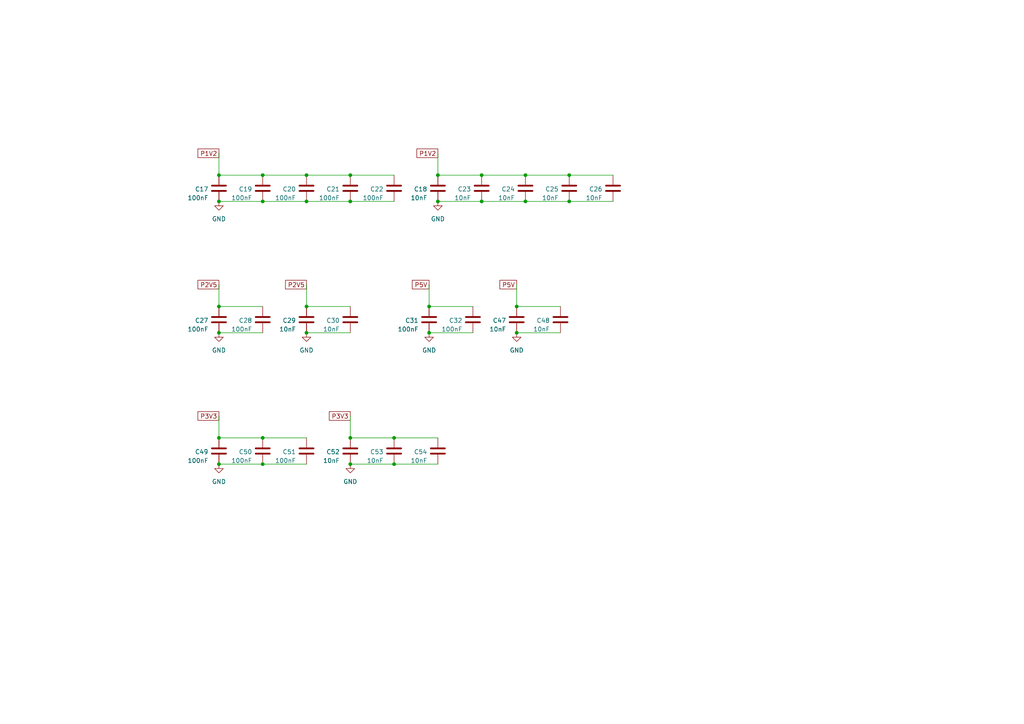
<source format=kicad_sch>
(kicad_sch
	(version 20250114)
	(generator "eeschema")
	(generator_version "9.0")
	(uuid "98e8bd91-0338-4566-81d0-e08ff91c5bf8")
	(paper "A4")
	(lib_symbols
		(symbol "Device:C"
			(pin_numbers
				(hide yes)
			)
			(pin_names
				(offset 0.254)
			)
			(exclude_from_sim no)
			(in_bom yes)
			(on_board yes)
			(property "Reference" "C"
				(at 0.635 2.54 0)
				(effects
					(font
						(size 1.27 1.27)
					)
					(justify left)
				)
			)
			(property "Value" "C"
				(at 0.635 -2.54 0)
				(effects
					(font
						(size 1.27 1.27)
					)
					(justify left)
				)
			)
			(property "Footprint" ""
				(at 0.9652 -3.81 0)
				(effects
					(font
						(size 1.27 1.27)
					)
					(hide yes)
				)
			)
			(property "Datasheet" "~"
				(at 0 0 0)
				(effects
					(font
						(size 1.27 1.27)
					)
					(hide yes)
				)
			)
			(property "Description" "Unpolarized capacitor"
				(at 0 0 0)
				(effects
					(font
						(size 1.27 1.27)
					)
					(hide yes)
				)
			)
			(property "ki_keywords" "cap capacitor"
				(at 0 0 0)
				(effects
					(font
						(size 1.27 1.27)
					)
					(hide yes)
				)
			)
			(property "ki_fp_filters" "C_*"
				(at 0 0 0)
				(effects
					(font
						(size 1.27 1.27)
					)
					(hide yes)
				)
			)
			(symbol "C_0_1"
				(polyline
					(pts
						(xy -2.032 0.762) (xy 2.032 0.762)
					)
					(stroke
						(width 0.508)
						(type default)
					)
					(fill
						(type none)
					)
				)
				(polyline
					(pts
						(xy -2.032 -0.762) (xy 2.032 -0.762)
					)
					(stroke
						(width 0.508)
						(type default)
					)
					(fill
						(type none)
					)
				)
			)
			(symbol "C_1_1"
				(pin passive line
					(at 0 3.81 270)
					(length 2.794)
					(name "~"
						(effects
							(font
								(size 1.27 1.27)
							)
						)
					)
					(number "1"
						(effects
							(font
								(size 1.27 1.27)
							)
						)
					)
				)
				(pin passive line
					(at 0 -3.81 90)
					(length 2.794)
					(name "~"
						(effects
							(font
								(size 1.27 1.27)
							)
						)
					)
					(number "2"
						(effects
							(font
								(size 1.27 1.27)
							)
						)
					)
				)
			)
			(embedded_fonts no)
		)
		(symbol "power:GND"
			(power)
			(pin_numbers
				(hide yes)
			)
			(pin_names
				(offset 0)
				(hide yes)
			)
			(exclude_from_sim no)
			(in_bom yes)
			(on_board yes)
			(property "Reference" "#PWR"
				(at 0 -6.35 0)
				(effects
					(font
						(size 1.27 1.27)
					)
					(hide yes)
				)
			)
			(property "Value" "GND"
				(at 0 -3.81 0)
				(effects
					(font
						(size 1.27 1.27)
					)
				)
			)
			(property "Footprint" ""
				(at 0 0 0)
				(effects
					(font
						(size 1.27 1.27)
					)
					(hide yes)
				)
			)
			(property "Datasheet" ""
				(at 0 0 0)
				(effects
					(font
						(size 1.27 1.27)
					)
					(hide yes)
				)
			)
			(property "Description" "Power symbol creates a global label with name \"GND\" , ground"
				(at 0 0 0)
				(effects
					(font
						(size 1.27 1.27)
					)
					(hide yes)
				)
			)
			(property "ki_keywords" "global power"
				(at 0 0 0)
				(effects
					(font
						(size 1.27 1.27)
					)
					(hide yes)
				)
			)
			(symbol "GND_0_1"
				(polyline
					(pts
						(xy 0 0) (xy 0 -1.27) (xy 1.27 -1.27) (xy 0 -2.54) (xy -1.27 -1.27) (xy 0 -1.27)
					)
					(stroke
						(width 0)
						(type default)
					)
					(fill
						(type none)
					)
				)
			)
			(symbol "GND_1_1"
				(pin power_in line
					(at 0 0 270)
					(length 0)
					(name "~"
						(effects
							(font
								(size 1.27 1.27)
							)
						)
					)
					(number "1"
						(effects
							(font
								(size 1.27 1.27)
							)
						)
					)
				)
			)
			(embedded_fonts no)
		)
	)
	(junction
		(at 124.46 88.9)
		(diameter 0)
		(color 0 0 0 0)
		(uuid "20891d52-7598-40a2-b7e7-a34684f18222")
	)
	(junction
		(at 165.1 58.42)
		(diameter 0)
		(color 0 0 0 0)
		(uuid "2dbae9c2-8d21-4e54-aed5-508c34202c01")
	)
	(junction
		(at 127 58.42)
		(diameter 0)
		(color 0 0 0 0)
		(uuid "2dcc346a-9219-4d1d-802b-8f3412638177")
	)
	(junction
		(at 114.3 134.62)
		(diameter 0)
		(color 0 0 0 0)
		(uuid "352944db-f140-45ad-8153-ed0e008d902e")
	)
	(junction
		(at 76.2 58.42)
		(diameter 0)
		(color 0 0 0 0)
		(uuid "3a6cbeb2-ca7d-4246-a3eb-c8842615a29e")
	)
	(junction
		(at 88.9 96.52)
		(diameter 0)
		(color 0 0 0 0)
		(uuid "44eb2408-c907-484b-a92a-d1f3feb797ea")
	)
	(junction
		(at 101.6 50.8)
		(diameter 0)
		(color 0 0 0 0)
		(uuid "47d6ba14-faca-458b-9479-e435d3a35dd3")
	)
	(junction
		(at 63.5 127)
		(diameter 0)
		(color 0 0 0 0)
		(uuid "5a025d0d-03d5-475d-a29e-89868c59b64d")
	)
	(junction
		(at 76.2 127)
		(diameter 0)
		(color 0 0 0 0)
		(uuid "5ac7cd34-f6ab-48ee-8a9b-34bb09e12425")
	)
	(junction
		(at 127 50.8)
		(diameter 0)
		(color 0 0 0 0)
		(uuid "600304d0-c30e-4b43-97cd-fddecdad0ba0")
	)
	(junction
		(at 88.9 50.8)
		(diameter 0)
		(color 0 0 0 0)
		(uuid "600d3e9a-365d-45da-9c93-e5ec11d8231e")
	)
	(junction
		(at 149.86 96.52)
		(diameter 0)
		(color 0 0 0 0)
		(uuid "689b417d-6ef6-4fb0-8a6a-c21733cd88fd")
	)
	(junction
		(at 152.4 50.8)
		(diameter 0)
		(color 0 0 0 0)
		(uuid "6919b7ee-f034-47ed-a966-b5c0cee39064")
	)
	(junction
		(at 63.5 88.9)
		(diameter 0)
		(color 0 0 0 0)
		(uuid "6b5a0ce5-cdbb-4fc8-af69-24254c28680f")
	)
	(junction
		(at 88.9 58.42)
		(diameter 0)
		(color 0 0 0 0)
		(uuid "74627e23-730f-4f03-a102-54f411945693")
	)
	(junction
		(at 101.6 134.62)
		(diameter 0)
		(color 0 0 0 0)
		(uuid "8290b7ca-d187-4de9-94fc-8d0e1ccd3fe5")
	)
	(junction
		(at 63.5 50.8)
		(diameter 0)
		(color 0 0 0 0)
		(uuid "82dbd580-bb58-4062-bc67-0d07ec26121e")
	)
	(junction
		(at 88.9 88.9)
		(diameter 0)
		(color 0 0 0 0)
		(uuid "8ec6a5d2-f00b-429e-98c2-5fb8a655e492")
	)
	(junction
		(at 63.5 134.62)
		(diameter 0)
		(color 0 0 0 0)
		(uuid "8ff035f3-9309-41a4-bf89-68869c01f002")
	)
	(junction
		(at 101.6 58.42)
		(diameter 0)
		(color 0 0 0 0)
		(uuid "9076e5a0-c1d9-4035-a4a1-d664c67b80ae")
	)
	(junction
		(at 149.86 88.9)
		(diameter 0)
		(color 0 0 0 0)
		(uuid "9e7f0466-9420-47cb-86b8-750fe21cd55b")
	)
	(junction
		(at 139.7 58.42)
		(diameter 0)
		(color 0 0 0 0)
		(uuid "a042b8b1-891b-4aa9-a0db-fd73486af9a1")
	)
	(junction
		(at 76.2 50.8)
		(diameter 0)
		(color 0 0 0 0)
		(uuid "a1c9a7d1-f001-4550-8606-b9a7e1a4c3c1")
	)
	(junction
		(at 76.2 134.62)
		(diameter 0)
		(color 0 0 0 0)
		(uuid "a2449b2c-c2dc-4330-8dca-dd3b95039f77")
	)
	(junction
		(at 165.1 50.8)
		(diameter 0)
		(color 0 0 0 0)
		(uuid "b5cbf7cc-fd72-49c5-aea5-f7be4367801a")
	)
	(junction
		(at 63.5 96.52)
		(diameter 0)
		(color 0 0 0 0)
		(uuid "b8e10a8c-1cee-4c26-84d1-950a094f1d26")
	)
	(junction
		(at 124.46 96.52)
		(diameter 0)
		(color 0 0 0 0)
		(uuid "c46ec511-ee34-4e44-9faa-f6e4225b0d47")
	)
	(junction
		(at 114.3 127)
		(diameter 0)
		(color 0 0 0 0)
		(uuid "d71e21be-c8cd-4e3f-9a24-3cdcefa56b16")
	)
	(junction
		(at 63.5 58.42)
		(diameter 0)
		(color 0 0 0 0)
		(uuid "db7552b4-3be6-491a-aa97-bacd49ec52a7")
	)
	(junction
		(at 139.7 50.8)
		(diameter 0)
		(color 0 0 0 0)
		(uuid "dc4fe405-6318-4b8f-ae63-0959d9e0df0b")
	)
	(junction
		(at 101.6 127)
		(diameter 0)
		(color 0 0 0 0)
		(uuid "dd9e26d8-3e94-44ac-b1ad-f2576eece25e")
	)
	(junction
		(at 152.4 58.42)
		(diameter 0)
		(color 0 0 0 0)
		(uuid "e534b86d-2561-4e67-a283-4427fb11bde7")
	)
	(wire
		(pts
			(xy 127 58.42) (xy 139.7 58.42)
		)
		(stroke
			(width 0)
			(type default)
		)
		(uuid "00194142-e41f-493f-8d4f-a81658ba4ba9")
	)
	(wire
		(pts
			(xy 124.46 96.52) (xy 137.16 96.52)
		)
		(stroke
			(width 0)
			(type default)
		)
		(uuid "017159eb-47eb-4e56-86ad-92e50661406c")
	)
	(wire
		(pts
			(xy 149.86 88.9) (xy 162.56 88.9)
		)
		(stroke
			(width 0)
			(type default)
		)
		(uuid "0a47a882-2c5e-4740-93c6-43b42d221782")
	)
	(wire
		(pts
			(xy 63.5 127) (xy 76.2 127)
		)
		(stroke
			(width 0)
			(type default)
		)
		(uuid "0a56819d-280e-4a7c-a32f-a68fd86c8902")
	)
	(wire
		(pts
			(xy 165.1 58.42) (xy 177.8 58.42)
		)
		(stroke
			(width 0)
			(type default)
		)
		(uuid "0e903eba-27ac-44b7-843b-e64c3c34e36c")
	)
	(wire
		(pts
			(xy 63.5 50.8) (xy 76.2 50.8)
		)
		(stroke
			(width 0)
			(type default)
		)
		(uuid "188372d7-8a91-4c2f-a377-33a95d221cd2")
	)
	(wire
		(pts
			(xy 63.5 120.65) (xy 63.5 127)
		)
		(stroke
			(width 0)
			(type default)
		)
		(uuid "1df6c543-2987-43cd-beaf-0241e184a427")
	)
	(wire
		(pts
			(xy 88.9 82.55) (xy 88.9 88.9)
		)
		(stroke
			(width 0)
			(type default)
		)
		(uuid "251ac713-4fa8-4cef-85ca-4fda63f2e1ab")
	)
	(wire
		(pts
			(xy 152.4 50.8) (xy 165.1 50.8)
		)
		(stroke
			(width 0)
			(type default)
		)
		(uuid "2bdb50c8-a506-4baf-bbcd-c20abb0a2bfd")
	)
	(wire
		(pts
			(xy 63.5 96.52) (xy 76.2 96.52)
		)
		(stroke
			(width 0)
			(type default)
		)
		(uuid "2d502962-7051-4fc0-92f7-1233775ff9b8")
	)
	(wire
		(pts
			(xy 152.4 58.42) (xy 165.1 58.42)
		)
		(stroke
			(width 0)
			(type default)
		)
		(uuid "330f2e65-9ee1-4a28-a614-f8c3628bf3f8")
	)
	(wire
		(pts
			(xy 76.2 127) (xy 88.9 127)
		)
		(stroke
			(width 0)
			(type default)
		)
		(uuid "4e5eb735-0261-477c-ba00-a3a5086c3476")
	)
	(wire
		(pts
			(xy 101.6 127) (xy 114.3 127)
		)
		(stroke
			(width 0)
			(type default)
		)
		(uuid "50590765-1963-4be4-908a-72904cba6ac8")
	)
	(wire
		(pts
			(xy 149.86 82.55) (xy 149.86 88.9)
		)
		(stroke
			(width 0)
			(type default)
		)
		(uuid "5c5064c6-3f18-4176-a893-4f02689e53b1")
	)
	(wire
		(pts
			(xy 76.2 134.62) (xy 88.9 134.62)
		)
		(stroke
			(width 0)
			(type default)
		)
		(uuid "5d0d633a-bef4-48dd-a338-d52d14cdda5b")
	)
	(wire
		(pts
			(xy 76.2 58.42) (xy 88.9 58.42)
		)
		(stroke
			(width 0)
			(type default)
		)
		(uuid "6721abe6-31d7-4eef-80a3-42f57aabfd7b")
	)
	(wire
		(pts
			(xy 101.6 134.62) (xy 114.3 134.62)
		)
		(stroke
			(width 0)
			(type default)
		)
		(uuid "7117dbd6-2300-4b20-a9bc-a19b46aa2419")
	)
	(wire
		(pts
			(xy 63.5 134.62) (xy 76.2 134.62)
		)
		(stroke
			(width 0)
			(type default)
		)
		(uuid "7c6df25a-2122-4acc-aa3b-a135da77daec")
	)
	(wire
		(pts
			(xy 63.5 82.55) (xy 63.5 88.9)
		)
		(stroke
			(width 0)
			(type default)
		)
		(uuid "81b3843b-763f-47da-b56c-61d921534f9e")
	)
	(wire
		(pts
			(xy 101.6 58.42) (xy 114.3 58.42)
		)
		(stroke
			(width 0)
			(type default)
		)
		(uuid "87283edb-68fd-40bd-bcf3-8398da8cf9d8")
	)
	(wire
		(pts
			(xy 101.6 120.65) (xy 101.6 127)
		)
		(stroke
			(width 0)
			(type default)
		)
		(uuid "8a15e5b4-f3d3-46bd-962f-b6f1437fa94d")
	)
	(wire
		(pts
			(xy 88.9 50.8) (xy 101.6 50.8)
		)
		(stroke
			(width 0)
			(type default)
		)
		(uuid "8a599b02-6e52-4d15-aa25-bfae66d701ac")
	)
	(wire
		(pts
			(xy 165.1 50.8) (xy 177.8 50.8)
		)
		(stroke
			(width 0)
			(type default)
		)
		(uuid "8bf18eb2-a8e7-4076-82d4-96348d2b76f4")
	)
	(wire
		(pts
			(xy 88.9 58.42) (xy 101.6 58.42)
		)
		(stroke
			(width 0)
			(type default)
		)
		(uuid "9c92f7cc-66f0-4b01-9eaa-b613857434eb")
	)
	(wire
		(pts
			(xy 114.3 127) (xy 127 127)
		)
		(stroke
			(width 0)
			(type default)
		)
		(uuid "9f28d7c0-d9c6-421f-8490-0499920046ea")
	)
	(wire
		(pts
			(xy 63.5 44.45) (xy 63.5 50.8)
		)
		(stroke
			(width 0)
			(type default)
		)
		(uuid "af4d2ddb-f1f9-4b5f-bd2b-21570f951798")
	)
	(wire
		(pts
			(xy 76.2 50.8) (xy 88.9 50.8)
		)
		(stroke
			(width 0)
			(type default)
		)
		(uuid "b0d3a56a-95e6-4a6c-87ce-1fa713016436")
	)
	(wire
		(pts
			(xy 114.3 134.62) (xy 127 134.62)
		)
		(stroke
			(width 0)
			(type default)
		)
		(uuid "bfd9877a-c3b8-473e-8e50-7a7b8df8e70c")
	)
	(wire
		(pts
			(xy 63.5 88.9) (xy 76.2 88.9)
		)
		(stroke
			(width 0)
			(type default)
		)
		(uuid "c27d0bed-353d-4db8-8841-973feaf6a135")
	)
	(wire
		(pts
			(xy 124.46 88.9) (xy 137.16 88.9)
		)
		(stroke
			(width 0)
			(type default)
		)
		(uuid "c8902b06-8a4a-4ad0-ba29-19bb4e4c2a70")
	)
	(wire
		(pts
			(xy 139.7 58.42) (xy 152.4 58.42)
		)
		(stroke
			(width 0)
			(type default)
		)
		(uuid "cb398493-37b1-4f93-819f-1036f689f9c1")
	)
	(wire
		(pts
			(xy 127 50.8) (xy 139.7 50.8)
		)
		(stroke
			(width 0)
			(type default)
		)
		(uuid "d0c28306-5363-4293-8461-85c4ec29e1f5")
	)
	(wire
		(pts
			(xy 124.46 82.55) (xy 124.46 88.9)
		)
		(stroke
			(width 0)
			(type default)
		)
		(uuid "d351adc9-54de-4c68-9f06-2d7f5216ddab")
	)
	(wire
		(pts
			(xy 88.9 88.9) (xy 101.6 88.9)
		)
		(stroke
			(width 0)
			(type default)
		)
		(uuid "e430e50d-e5e0-40eb-b280-46ab7d52fa23")
	)
	(wire
		(pts
			(xy 88.9 96.52) (xy 101.6 96.52)
		)
		(stroke
			(width 0)
			(type default)
		)
		(uuid "e9222ee8-50fe-4076-81ac-ea0cc5666f92")
	)
	(wire
		(pts
			(xy 149.86 96.52) (xy 162.56 96.52)
		)
		(stroke
			(width 0)
			(type default)
		)
		(uuid "ec0db309-ea8d-4ccf-a79b-bda7ad28d271")
	)
	(wire
		(pts
			(xy 127 44.45) (xy 127 50.8)
		)
		(stroke
			(width 0)
			(type default)
		)
		(uuid "f03a8963-d748-408f-affc-59bc49e85580")
	)
	(wire
		(pts
			(xy 101.6 50.8) (xy 114.3 50.8)
		)
		(stroke
			(width 0)
			(type default)
		)
		(uuid "f67868b1-54bd-47aa-a1dc-d4094cc2f395")
	)
	(wire
		(pts
			(xy 63.5 58.42) (xy 76.2 58.42)
		)
		(stroke
			(width 0)
			(type default)
		)
		(uuid "f7e62f2f-f8ff-4d9e-a7dd-55b3a292f3ea")
	)
	(wire
		(pts
			(xy 139.7 50.8) (xy 152.4 50.8)
		)
		(stroke
			(width 0)
			(type default)
		)
		(uuid "fbf071d3-36e6-408b-93e2-274cba30dd60")
	)
	(global_label "P1V2"
		(shape passive)
		(at 127 44.45 180)
		(fields_autoplaced yes)
		(effects
			(font
				(size 1.27 1.27)
			)
			(justify right)
		)
		(uuid "1a27f873-3c63-4905-960e-5b009934a993")
		(property "Intersheetrefs" "${INTERSHEET_REFS}"
			(at 120.3485 44.45 0)
			(effects
				(font
					(size 1.27 1.27)
				)
				(justify right)
				(hide yes)
			)
		)
	)
	(global_label "P3V3"
		(shape passive)
		(at 63.5 120.65 180)
		(fields_autoplaced yes)
		(effects
			(font
				(size 1.27 1.27)
			)
			(justify right)
		)
		(uuid "2139b385-5e4b-4e4c-bbb3-8ab0b55cd527")
		(property "Intersheetrefs" "${INTERSHEET_REFS}"
			(at 56.8485 120.65 0)
			(effects
				(font
					(size 1.27 1.27)
				)
				(justify right)
				(hide yes)
			)
		)
	)
	(global_label "P5V"
		(shape passive)
		(at 124.46 82.55 180)
		(fields_autoplaced yes)
		(effects
			(font
				(size 1.27 1.27)
			)
			(justify right)
		)
		(uuid "3aea4c1a-95ae-467c-9c70-df1a05f42562")
		(property "Intersheetrefs" "${INTERSHEET_REFS}"
			(at 119.018 82.55 0)
			(effects
				(font
					(size 1.27 1.27)
				)
				(justify right)
				(hide yes)
			)
		)
	)
	(global_label "P3V3"
		(shape passive)
		(at 101.6 120.65 180)
		(fields_autoplaced yes)
		(effects
			(font
				(size 1.27 1.27)
			)
			(justify right)
		)
		(uuid "3bcbea03-e523-4681-a225-cf33019e9e20")
		(property "Intersheetrefs" "${INTERSHEET_REFS}"
			(at 94.9485 120.65 0)
			(effects
				(font
					(size 1.27 1.27)
				)
				(justify right)
				(hide yes)
			)
		)
	)
	(global_label "P2V5"
		(shape passive)
		(at 63.5 82.55 180)
		(fields_autoplaced yes)
		(effects
			(font
				(size 1.27 1.27)
			)
			(justify right)
		)
		(uuid "68ef4387-946b-4d9e-9d0b-1a4f609624e2")
		(property "Intersheetrefs" "${INTERSHEET_REFS}"
			(at 56.8485 82.55 0)
			(effects
				(font
					(size 1.27 1.27)
				)
				(justify right)
				(hide yes)
			)
		)
	)
	(global_label "P2V5"
		(shape passive)
		(at 88.9 82.55 180)
		(fields_autoplaced yes)
		(effects
			(font
				(size 1.27 1.27)
			)
			(justify right)
		)
		(uuid "9c6181ad-c6a4-436e-8210-e48c29aa58b0")
		(property "Intersheetrefs" "${INTERSHEET_REFS}"
			(at 82.2485 82.55 0)
			(effects
				(font
					(size 1.27 1.27)
				)
				(justify right)
				(hide yes)
			)
		)
	)
	(global_label "P5V"
		(shape passive)
		(at 149.86 82.55 180)
		(fields_autoplaced yes)
		(effects
			(font
				(size 1.27 1.27)
			)
			(justify right)
		)
		(uuid "ab21bfd5-9b11-48e2-9623-750c9473a1d7")
		(property "Intersheetrefs" "${INTERSHEET_REFS}"
			(at 144.418 82.55 0)
			(effects
				(font
					(size 1.27 1.27)
				)
				(justify right)
				(hide yes)
			)
		)
	)
	(global_label "P1V2"
		(shape passive)
		(at 63.5 44.45 180)
		(fields_autoplaced yes)
		(effects
			(font
				(size 1.27 1.27)
			)
			(justify right)
		)
		(uuid "af24ef41-5a47-4e5b-8ed2-cf9a9292f707")
		(property "Intersheetrefs" "${INTERSHEET_REFS}"
			(at 56.8485 44.45 0)
			(effects
				(font
					(size 1.27 1.27)
				)
				(justify right)
				(hide yes)
			)
		)
	)
	(symbol
		(lib_id "Device:C")
		(at 63.5 130.81 0)
		(unit 1)
		(exclude_from_sim no)
		(in_bom yes)
		(on_board yes)
		(dnp no)
		(uuid "21f0c37b-2b72-4cf1-ab84-420270accaec")
		(property "Reference" "C49"
			(at 60.452 131.064 0)
			(effects
				(font
					(size 1.27 1.27)
				)
				(justify right)
			)
		)
		(property "Value" "100nF"
			(at 60.452 133.604 0)
			(effects
				(font
					(size 1.27 1.27)
				)
				(justify right)
			)
		)
		(property "Footprint" ""
			(at 64.4652 134.62 0)
			(effects
				(font
					(size 1.27 1.27)
				)
				(hide yes)
			)
		)
		(property "Datasheet" "~"
			(at 63.5 130.81 0)
			(effects
				(font
					(size 1.27 1.27)
				)
				(hide yes)
			)
		)
		(property "Description" "Unpolarized capacitor"
			(at 63.5 130.81 0)
			(effects
				(font
					(size 1.27 1.27)
				)
				(hide yes)
			)
		)
		(pin "2"
			(uuid "c3dc6b62-2466-4826-89c1-dbb3d3cbdfed")
		)
		(pin "1"
			(uuid "1eb176c3-13a8-4caf-9a81-4528fb035480")
		)
		(instances
			(project "sbc"
				(path "/9328a39f-e46f-4e23-a67b-f837d10a1254/903e1d2a-b6c4-4391-805f-bc3e70a98e1c"
					(reference "C49")
					(unit 1)
				)
			)
		)
	)
	(symbol
		(lib_id "Device:C")
		(at 88.9 92.71 0)
		(unit 1)
		(exclude_from_sim no)
		(in_bom yes)
		(on_board yes)
		(dnp no)
		(uuid "2af61172-5310-4175-a674-8976e529e03a")
		(property "Reference" "C29"
			(at 85.852 92.964 0)
			(effects
				(font
					(size 1.27 1.27)
				)
				(justify right)
			)
		)
		(property "Value" "10nF"
			(at 85.852 95.504 0)
			(effects
				(font
					(size 1.27 1.27)
				)
				(justify right)
			)
		)
		(property "Footprint" ""
			(at 89.8652 96.52 0)
			(effects
				(font
					(size 1.27 1.27)
				)
				(hide yes)
			)
		)
		(property "Datasheet" "~"
			(at 88.9 92.71 0)
			(effects
				(font
					(size 1.27 1.27)
				)
				(hide yes)
			)
		)
		(property "Description" "Unpolarized capacitor"
			(at 88.9 92.71 0)
			(effects
				(font
					(size 1.27 1.27)
				)
				(hide yes)
			)
		)
		(pin "2"
			(uuid "0ba3d030-68e0-4e05-bdd8-e95e40b37252")
		)
		(pin "1"
			(uuid "c5b1e7be-5baa-40c6-aada-75976748a03a")
		)
		(instances
			(project "sbc"
				(path "/9328a39f-e46f-4e23-a67b-f837d10a1254/903e1d2a-b6c4-4391-805f-bc3e70a98e1c"
					(reference "C29")
					(unit 1)
				)
			)
		)
	)
	(symbol
		(lib_id "Device:C")
		(at 177.8 54.61 0)
		(unit 1)
		(exclude_from_sim no)
		(in_bom yes)
		(on_board yes)
		(dnp no)
		(uuid "2e11b599-1c97-487c-bf39-efd02ca00a2d")
		(property "Reference" "C26"
			(at 174.752 54.864 0)
			(effects
				(font
					(size 1.27 1.27)
				)
				(justify right)
			)
		)
		(property "Value" "10nF"
			(at 174.752 57.404 0)
			(effects
				(font
					(size 1.27 1.27)
				)
				(justify right)
			)
		)
		(property "Footprint" ""
			(at 178.7652 58.42 0)
			(effects
				(font
					(size 1.27 1.27)
				)
				(hide yes)
			)
		)
		(property "Datasheet" "~"
			(at 177.8 54.61 0)
			(effects
				(font
					(size 1.27 1.27)
				)
				(hide yes)
			)
		)
		(property "Description" "Unpolarized capacitor"
			(at 177.8 54.61 0)
			(effects
				(font
					(size 1.27 1.27)
				)
				(hide yes)
			)
		)
		(pin "2"
			(uuid "0f997d3e-ef93-474e-86ae-b77156899912")
		)
		(pin "1"
			(uuid "3113a5cd-bdd3-415c-ba66-7f8cd75331f2")
		)
		(instances
			(project "sbc"
				(path "/9328a39f-e46f-4e23-a67b-f837d10a1254/903e1d2a-b6c4-4391-805f-bc3e70a98e1c"
					(reference "C26")
					(unit 1)
				)
			)
		)
	)
	(symbol
		(lib_id "Device:C")
		(at 76.2 54.61 0)
		(unit 1)
		(exclude_from_sim no)
		(in_bom yes)
		(on_board yes)
		(dnp no)
		(uuid "30248a27-7644-46ff-be2a-37f35d3cb8ba")
		(property "Reference" "C19"
			(at 73.152 54.864 0)
			(effects
				(font
					(size 1.27 1.27)
				)
				(justify right)
			)
		)
		(property "Value" "100nF"
			(at 73.152 57.404 0)
			(effects
				(font
					(size 1.27 1.27)
				)
				(justify right)
			)
		)
		(property "Footprint" ""
			(at 77.1652 58.42 0)
			(effects
				(font
					(size 1.27 1.27)
				)
				(hide yes)
			)
		)
		(property "Datasheet" "~"
			(at 76.2 54.61 0)
			(effects
				(font
					(size 1.27 1.27)
				)
				(hide yes)
			)
		)
		(property "Description" "Unpolarized capacitor"
			(at 76.2 54.61 0)
			(effects
				(font
					(size 1.27 1.27)
				)
				(hide yes)
			)
		)
		(pin "2"
			(uuid "115cc65a-35c8-4cd4-8ff8-c7706c58e660")
		)
		(pin "1"
			(uuid "8985a1dc-a4f1-4d7d-8b81-69622a7092a2")
		)
		(instances
			(project "sbc"
				(path "/9328a39f-e46f-4e23-a67b-f837d10a1254/903e1d2a-b6c4-4391-805f-bc3e70a98e1c"
					(reference "C19")
					(unit 1)
				)
			)
		)
	)
	(symbol
		(lib_id "power:GND")
		(at 63.5 58.42 0)
		(unit 1)
		(exclude_from_sim no)
		(in_bom yes)
		(on_board yes)
		(dnp no)
		(fields_autoplaced yes)
		(uuid "37ba85e0-819e-4f72-8c52-8151fb12d509")
		(property "Reference" "#PWR012"
			(at 63.5 64.77 0)
			(effects
				(font
					(size 1.27 1.27)
				)
				(hide yes)
			)
		)
		(property "Value" "GND"
			(at 63.5 63.5 0)
			(effects
				(font
					(size 1.27 1.27)
				)
			)
		)
		(property "Footprint" ""
			(at 63.5 58.42 0)
			(effects
				(font
					(size 1.27 1.27)
				)
				(hide yes)
			)
		)
		(property "Datasheet" ""
			(at 63.5 58.42 0)
			(effects
				(font
					(size 1.27 1.27)
				)
				(hide yes)
			)
		)
		(property "Description" "Power symbol creates a global label with name \"GND\" , ground"
			(at 63.5 58.42 0)
			(effects
				(font
					(size 1.27 1.27)
				)
				(hide yes)
			)
		)
		(pin "1"
			(uuid "345f8901-c7f2-472d-83e6-c0efd56f1643")
		)
		(instances
			(project "sbc"
				(path "/9328a39f-e46f-4e23-a67b-f837d10a1254/903e1d2a-b6c4-4391-805f-bc3e70a98e1c"
					(reference "#PWR012")
					(unit 1)
				)
			)
		)
	)
	(symbol
		(lib_id "Device:C")
		(at 101.6 92.71 0)
		(unit 1)
		(exclude_from_sim no)
		(in_bom yes)
		(on_board yes)
		(dnp no)
		(uuid "409087e3-ff5e-471f-a502-fd8da2b03fc0")
		(property "Reference" "C30"
			(at 98.552 92.964 0)
			(effects
				(font
					(size 1.27 1.27)
				)
				(justify right)
			)
		)
		(property "Value" "10nF"
			(at 98.552 95.504 0)
			(effects
				(font
					(size 1.27 1.27)
				)
				(justify right)
			)
		)
		(property "Footprint" ""
			(at 102.5652 96.52 0)
			(effects
				(font
					(size 1.27 1.27)
				)
				(hide yes)
			)
		)
		(property "Datasheet" "~"
			(at 101.6 92.71 0)
			(effects
				(font
					(size 1.27 1.27)
				)
				(hide yes)
			)
		)
		(property "Description" "Unpolarized capacitor"
			(at 101.6 92.71 0)
			(effects
				(font
					(size 1.27 1.27)
				)
				(hide yes)
			)
		)
		(pin "2"
			(uuid "41430a46-1244-4b2b-97b4-4de8e014bf13")
		)
		(pin "1"
			(uuid "4b896a0e-2958-4ae1-adc7-bc9a09c3d7af")
		)
		(instances
			(project "sbc"
				(path "/9328a39f-e46f-4e23-a67b-f837d10a1254/903e1d2a-b6c4-4391-805f-bc3e70a98e1c"
					(reference "C30")
					(unit 1)
				)
			)
		)
	)
	(symbol
		(lib_id "Device:C")
		(at 63.5 54.61 0)
		(unit 1)
		(exclude_from_sim no)
		(in_bom yes)
		(on_board yes)
		(dnp no)
		(uuid "4d8a62fe-623b-4f3c-a083-815584b34cd3")
		(property "Reference" "C17"
			(at 60.452 54.864 0)
			(effects
				(font
					(size 1.27 1.27)
				)
				(justify right)
			)
		)
		(property "Value" "100nF"
			(at 60.452 57.404 0)
			(effects
				(font
					(size 1.27 1.27)
				)
				(justify right)
			)
		)
		(property "Footprint" ""
			(at 64.4652 58.42 0)
			(effects
				(font
					(size 1.27 1.27)
				)
				(hide yes)
			)
		)
		(property "Datasheet" "~"
			(at 63.5 54.61 0)
			(effects
				(font
					(size 1.27 1.27)
				)
				(hide yes)
			)
		)
		(property "Description" "Unpolarized capacitor"
			(at 63.5 54.61 0)
			(effects
				(font
					(size 1.27 1.27)
				)
				(hide yes)
			)
		)
		(pin "2"
			(uuid "6cf10d92-f1de-4656-8e9f-08459e4a0a95")
		)
		(pin "1"
			(uuid "e2837704-8e51-4e5a-ac90-f266017c433b")
		)
		(instances
			(project "sbc"
				(path "/9328a39f-e46f-4e23-a67b-f837d10a1254/903e1d2a-b6c4-4391-805f-bc3e70a98e1c"
					(reference "C17")
					(unit 1)
				)
			)
		)
	)
	(symbol
		(lib_id "Device:C")
		(at 114.3 54.61 0)
		(unit 1)
		(exclude_from_sim no)
		(in_bom yes)
		(on_board yes)
		(dnp no)
		(uuid "5400ae09-21a5-4719-9350-253deda4c0fa")
		(property "Reference" "C22"
			(at 111.252 54.864 0)
			(effects
				(font
					(size 1.27 1.27)
				)
				(justify right)
			)
		)
		(property "Value" "100nF"
			(at 111.252 57.404 0)
			(effects
				(font
					(size 1.27 1.27)
				)
				(justify right)
			)
		)
		(property "Footprint" ""
			(at 115.2652 58.42 0)
			(effects
				(font
					(size 1.27 1.27)
				)
				(hide yes)
			)
		)
		(property "Datasheet" "~"
			(at 114.3 54.61 0)
			(effects
				(font
					(size 1.27 1.27)
				)
				(hide yes)
			)
		)
		(property "Description" "Unpolarized capacitor"
			(at 114.3 54.61 0)
			(effects
				(font
					(size 1.27 1.27)
				)
				(hide yes)
			)
		)
		(pin "2"
			(uuid "665fcf6d-1919-457f-ac04-1f9e8720cf86")
		)
		(pin "1"
			(uuid "a53bb392-46b2-4477-904a-eda1e67e7134")
		)
		(instances
			(project "sbc"
				(path "/9328a39f-e46f-4e23-a67b-f837d10a1254/903e1d2a-b6c4-4391-805f-bc3e70a98e1c"
					(reference "C22")
					(unit 1)
				)
			)
		)
	)
	(symbol
		(lib_id "power:GND")
		(at 127 58.42 0)
		(unit 1)
		(exclude_from_sim no)
		(in_bom yes)
		(on_board yes)
		(dnp no)
		(fields_autoplaced yes)
		(uuid "5a14cebe-46f0-4084-a222-b717d9b86c09")
		(property "Reference" "#PWR013"
			(at 127 64.77 0)
			(effects
				(font
					(size 1.27 1.27)
				)
				(hide yes)
			)
		)
		(property "Value" "GND"
			(at 127 63.5 0)
			(effects
				(font
					(size 1.27 1.27)
				)
			)
		)
		(property "Footprint" ""
			(at 127 58.42 0)
			(effects
				(font
					(size 1.27 1.27)
				)
				(hide yes)
			)
		)
		(property "Datasheet" ""
			(at 127 58.42 0)
			(effects
				(font
					(size 1.27 1.27)
				)
				(hide yes)
			)
		)
		(property "Description" "Power symbol creates a global label with name \"GND\" , ground"
			(at 127 58.42 0)
			(effects
				(font
					(size 1.27 1.27)
				)
				(hide yes)
			)
		)
		(pin "1"
			(uuid "7f29b634-3579-4eb0-a357-222f309ae3db")
		)
		(instances
			(project "sbc"
				(path "/9328a39f-e46f-4e23-a67b-f837d10a1254/903e1d2a-b6c4-4391-805f-bc3e70a98e1c"
					(reference "#PWR013")
					(unit 1)
				)
			)
		)
	)
	(symbol
		(lib_id "Device:C")
		(at 137.16 92.71 0)
		(unit 1)
		(exclude_from_sim no)
		(in_bom yes)
		(on_board yes)
		(dnp no)
		(uuid "62441777-b344-4c99-a4a2-2f4023960940")
		(property "Reference" "C32"
			(at 134.112 92.964 0)
			(effects
				(font
					(size 1.27 1.27)
				)
				(justify right)
			)
		)
		(property "Value" "100nF"
			(at 134.112 95.504 0)
			(effects
				(font
					(size 1.27 1.27)
				)
				(justify right)
			)
		)
		(property "Footprint" ""
			(at 138.1252 96.52 0)
			(effects
				(font
					(size 1.27 1.27)
				)
				(hide yes)
			)
		)
		(property "Datasheet" "~"
			(at 137.16 92.71 0)
			(effects
				(font
					(size 1.27 1.27)
				)
				(hide yes)
			)
		)
		(property "Description" "Unpolarized capacitor"
			(at 137.16 92.71 0)
			(effects
				(font
					(size 1.27 1.27)
				)
				(hide yes)
			)
		)
		(pin "2"
			(uuid "2df2e83e-b0af-4dca-939d-f60876447080")
		)
		(pin "1"
			(uuid "8eb9a80a-0937-4d95-8e86-55a936aa59a5")
		)
		(instances
			(project "sbc"
				(path "/9328a39f-e46f-4e23-a67b-f837d10a1254/903e1d2a-b6c4-4391-805f-bc3e70a98e1c"
					(reference "C32")
					(unit 1)
				)
			)
		)
	)
	(symbol
		(lib_id "Device:C")
		(at 88.9 54.61 0)
		(unit 1)
		(exclude_from_sim no)
		(in_bom yes)
		(on_board yes)
		(dnp no)
		(uuid "6af550ba-cb93-46b0-a38c-3640b1e5aff2")
		(property "Reference" "C20"
			(at 85.852 54.864 0)
			(effects
				(font
					(size 1.27 1.27)
				)
				(justify right)
			)
		)
		(property "Value" "100nF"
			(at 85.852 57.404 0)
			(effects
				(font
					(size 1.27 1.27)
				)
				(justify right)
			)
		)
		(property "Footprint" ""
			(at 89.8652 58.42 0)
			(effects
				(font
					(size 1.27 1.27)
				)
				(hide yes)
			)
		)
		(property "Datasheet" "~"
			(at 88.9 54.61 0)
			(effects
				(font
					(size 1.27 1.27)
				)
				(hide yes)
			)
		)
		(property "Description" "Unpolarized capacitor"
			(at 88.9 54.61 0)
			(effects
				(font
					(size 1.27 1.27)
				)
				(hide yes)
			)
		)
		(pin "2"
			(uuid "0449fef1-6284-46e8-86ec-ca5bb4b0bac3")
		)
		(pin "1"
			(uuid "8edf538e-9c6c-4fe5-8b66-f0facd22d50b")
		)
		(instances
			(project "sbc"
				(path "/9328a39f-e46f-4e23-a67b-f837d10a1254/903e1d2a-b6c4-4391-805f-bc3e70a98e1c"
					(reference "C20")
					(unit 1)
				)
			)
		)
	)
	(symbol
		(lib_id "Device:C")
		(at 124.46 92.71 0)
		(unit 1)
		(exclude_from_sim no)
		(in_bom yes)
		(on_board yes)
		(dnp no)
		(uuid "7a81a77e-cfe2-485c-ba4d-43b65da1cc0c")
		(property "Reference" "C31"
			(at 121.412 92.964 0)
			(effects
				(font
					(size 1.27 1.27)
				)
				(justify right)
			)
		)
		(property "Value" "100nF"
			(at 121.412 95.504 0)
			(effects
				(font
					(size 1.27 1.27)
				)
				(justify right)
			)
		)
		(property "Footprint" ""
			(at 125.4252 96.52 0)
			(effects
				(font
					(size 1.27 1.27)
				)
				(hide yes)
			)
		)
		(property "Datasheet" "~"
			(at 124.46 92.71 0)
			(effects
				(font
					(size 1.27 1.27)
				)
				(hide yes)
			)
		)
		(property "Description" "Unpolarized capacitor"
			(at 124.46 92.71 0)
			(effects
				(font
					(size 1.27 1.27)
				)
				(hide yes)
			)
		)
		(pin "2"
			(uuid "4c46b2da-2ec2-4aee-9df6-6fa5db568210")
		)
		(pin "1"
			(uuid "88cb09b7-fbb1-41e0-8a97-d20e51927eeb")
		)
		(instances
			(project "sbc"
				(path "/9328a39f-e46f-4e23-a67b-f837d10a1254/903e1d2a-b6c4-4391-805f-bc3e70a98e1c"
					(reference "C31")
					(unit 1)
				)
			)
		)
	)
	(symbol
		(lib_id "Device:C")
		(at 152.4 54.61 0)
		(unit 1)
		(exclude_from_sim no)
		(in_bom yes)
		(on_board yes)
		(dnp no)
		(uuid "89e016a4-8a27-49b7-9467-c1df8e0b92ed")
		(property "Reference" "C24"
			(at 149.352 54.864 0)
			(effects
				(font
					(size 1.27 1.27)
				)
				(justify right)
			)
		)
		(property "Value" "10nF"
			(at 149.352 57.404 0)
			(effects
				(font
					(size 1.27 1.27)
				)
				(justify right)
			)
		)
		(property "Footprint" ""
			(at 153.3652 58.42 0)
			(effects
				(font
					(size 1.27 1.27)
				)
				(hide yes)
			)
		)
		(property "Datasheet" "~"
			(at 152.4 54.61 0)
			(effects
				(font
					(size 1.27 1.27)
				)
				(hide yes)
			)
		)
		(property "Description" "Unpolarized capacitor"
			(at 152.4 54.61 0)
			(effects
				(font
					(size 1.27 1.27)
				)
				(hide yes)
			)
		)
		(pin "2"
			(uuid "3cd4ba31-dbcd-4daa-bba4-e215275c2a66")
		)
		(pin "1"
			(uuid "da8709d0-2287-4897-a772-b46d3301d98b")
		)
		(instances
			(project "sbc"
				(path "/9328a39f-e46f-4e23-a67b-f837d10a1254/903e1d2a-b6c4-4391-805f-bc3e70a98e1c"
					(reference "C24")
					(unit 1)
				)
			)
		)
	)
	(symbol
		(lib_id "Device:C")
		(at 127 54.61 0)
		(unit 1)
		(exclude_from_sim no)
		(in_bom yes)
		(on_board yes)
		(dnp no)
		(uuid "8c4ea0d7-e961-42c0-8a49-e41a7ede40c1")
		(property "Reference" "C18"
			(at 123.952 54.864 0)
			(effects
				(font
					(size 1.27 1.27)
				)
				(justify right)
			)
		)
		(property "Value" "10nF"
			(at 123.952 57.404 0)
			(effects
				(font
					(size 1.27 1.27)
				)
				(justify right)
			)
		)
		(property "Footprint" ""
			(at 127.9652 58.42 0)
			(effects
				(font
					(size 1.27 1.27)
				)
				(hide yes)
			)
		)
		(property "Datasheet" "~"
			(at 127 54.61 0)
			(effects
				(font
					(size 1.27 1.27)
				)
				(hide yes)
			)
		)
		(property "Description" "Unpolarized capacitor"
			(at 127 54.61 0)
			(effects
				(font
					(size 1.27 1.27)
				)
				(hide yes)
			)
		)
		(pin "2"
			(uuid "96cdfa6b-687f-41a8-bd76-9f51a862fb0d")
		)
		(pin "1"
			(uuid "6058217a-7b33-4a7f-bebb-d3d2853550a2")
		)
		(instances
			(project "sbc"
				(path "/9328a39f-e46f-4e23-a67b-f837d10a1254/903e1d2a-b6c4-4391-805f-bc3e70a98e1c"
					(reference "C18")
					(unit 1)
				)
			)
		)
	)
	(symbol
		(lib_id "Device:C")
		(at 101.6 54.61 0)
		(unit 1)
		(exclude_from_sim no)
		(in_bom yes)
		(on_board yes)
		(dnp no)
		(uuid "954030f2-6d20-467c-aead-96dd893fb53c")
		(property "Reference" "C21"
			(at 98.552 54.864 0)
			(effects
				(font
					(size 1.27 1.27)
				)
				(justify right)
			)
		)
		(property "Value" "100nF"
			(at 98.552 57.404 0)
			(effects
				(font
					(size 1.27 1.27)
				)
				(justify right)
			)
		)
		(property "Footprint" ""
			(at 102.5652 58.42 0)
			(effects
				(font
					(size 1.27 1.27)
				)
				(hide yes)
			)
		)
		(property "Datasheet" "~"
			(at 101.6 54.61 0)
			(effects
				(font
					(size 1.27 1.27)
				)
				(hide yes)
			)
		)
		(property "Description" "Unpolarized capacitor"
			(at 101.6 54.61 0)
			(effects
				(font
					(size 1.27 1.27)
				)
				(hide yes)
			)
		)
		(pin "2"
			(uuid "d5ec2d14-841a-4e05-9f07-9f008099d803")
		)
		(pin "1"
			(uuid "809e00a0-41a4-47a6-ab2b-c6ecd950061c")
		)
		(instances
			(project "sbc"
				(path "/9328a39f-e46f-4e23-a67b-f837d10a1254/903e1d2a-b6c4-4391-805f-bc3e70a98e1c"
					(reference "C21")
					(unit 1)
				)
			)
		)
	)
	(symbol
		(lib_id "Device:C")
		(at 88.9 130.81 0)
		(unit 1)
		(exclude_from_sim no)
		(in_bom yes)
		(on_board yes)
		(dnp no)
		(uuid "9a9d16c6-d8e8-4eb8-b771-ed07d1218c16")
		(property "Reference" "C51"
			(at 85.852 131.064 0)
			(effects
				(font
					(size 1.27 1.27)
				)
				(justify right)
			)
		)
		(property "Value" "100nF"
			(at 85.852 133.604 0)
			(effects
				(font
					(size 1.27 1.27)
				)
				(justify right)
			)
		)
		(property "Footprint" ""
			(at 89.8652 134.62 0)
			(effects
				(font
					(size 1.27 1.27)
				)
				(hide yes)
			)
		)
		(property "Datasheet" "~"
			(at 88.9 130.81 0)
			(effects
				(font
					(size 1.27 1.27)
				)
				(hide yes)
			)
		)
		(property "Description" "Unpolarized capacitor"
			(at 88.9 130.81 0)
			(effects
				(font
					(size 1.27 1.27)
				)
				(hide yes)
			)
		)
		(pin "2"
			(uuid "05cf640e-2435-4d4e-8f9d-e8d93b3bf45f")
		)
		(pin "1"
			(uuid "22b07250-65de-4f0b-b265-eb69a567c8e5")
		)
		(instances
			(project "sbc"
				(path "/9328a39f-e46f-4e23-a67b-f837d10a1254/903e1d2a-b6c4-4391-805f-bc3e70a98e1c"
					(reference "C51")
					(unit 1)
				)
			)
		)
	)
	(symbol
		(lib_id "power:GND")
		(at 149.86 96.52 0)
		(unit 1)
		(exclude_from_sim no)
		(in_bom yes)
		(on_board yes)
		(dnp no)
		(fields_autoplaced yes)
		(uuid "a15b3552-e1e6-4278-99cb-e7c157f8d678")
		(property "Reference" "#PWR039"
			(at 149.86 102.87 0)
			(effects
				(font
					(size 1.27 1.27)
				)
				(hide yes)
			)
		)
		(property "Value" "GND"
			(at 149.86 101.6 0)
			(effects
				(font
					(size 1.27 1.27)
				)
			)
		)
		(property "Footprint" ""
			(at 149.86 96.52 0)
			(effects
				(font
					(size 1.27 1.27)
				)
				(hide yes)
			)
		)
		(property "Datasheet" ""
			(at 149.86 96.52 0)
			(effects
				(font
					(size 1.27 1.27)
				)
				(hide yes)
			)
		)
		(property "Description" "Power symbol creates a global label with name \"GND\" , ground"
			(at 149.86 96.52 0)
			(effects
				(font
					(size 1.27 1.27)
				)
				(hide yes)
			)
		)
		(pin "1"
			(uuid "9242f237-1b0d-415c-a36f-6c001bbb21ff")
		)
		(instances
			(project "sbc"
				(path "/9328a39f-e46f-4e23-a67b-f837d10a1254/903e1d2a-b6c4-4391-805f-bc3e70a98e1c"
					(reference "#PWR039")
					(unit 1)
				)
			)
		)
	)
	(symbol
		(lib_id "Device:C")
		(at 76.2 92.71 0)
		(unit 1)
		(exclude_from_sim no)
		(in_bom yes)
		(on_board yes)
		(dnp no)
		(uuid "a8a2cc38-c734-4ba8-99a9-f5c67386b7c2")
		(property "Reference" "C28"
			(at 73.152 92.964 0)
			(effects
				(font
					(size 1.27 1.27)
				)
				(justify right)
			)
		)
		(property "Value" "100nF"
			(at 73.152 95.504 0)
			(effects
				(font
					(size 1.27 1.27)
				)
				(justify right)
			)
		)
		(property "Footprint" ""
			(at 77.1652 96.52 0)
			(effects
				(font
					(size 1.27 1.27)
				)
				(hide yes)
			)
		)
		(property "Datasheet" "~"
			(at 76.2 92.71 0)
			(effects
				(font
					(size 1.27 1.27)
				)
				(hide yes)
			)
		)
		(property "Description" "Unpolarized capacitor"
			(at 76.2 92.71 0)
			(effects
				(font
					(size 1.27 1.27)
				)
				(hide yes)
			)
		)
		(pin "2"
			(uuid "d46f5af0-22e7-479b-bcda-4b33af4d7841")
		)
		(pin "1"
			(uuid "1e51e125-064b-4a7a-9766-3afcfbebe179")
		)
		(instances
			(project "sbc"
				(path "/9328a39f-e46f-4e23-a67b-f837d10a1254/903e1d2a-b6c4-4391-805f-bc3e70a98e1c"
					(reference "C28")
					(unit 1)
				)
			)
		)
	)
	(symbol
		(lib_id "Device:C")
		(at 63.5 92.71 0)
		(unit 1)
		(exclude_from_sim no)
		(in_bom yes)
		(on_board yes)
		(dnp no)
		(uuid "ae4cf468-1bf3-4b21-bd6e-f50d91202abc")
		(property "Reference" "C27"
			(at 60.452 92.964 0)
			(effects
				(font
					(size 1.27 1.27)
				)
				(justify right)
			)
		)
		(property "Value" "100nF"
			(at 60.452 95.504 0)
			(effects
				(font
					(size 1.27 1.27)
				)
				(justify right)
			)
		)
		(property "Footprint" ""
			(at 64.4652 96.52 0)
			(effects
				(font
					(size 1.27 1.27)
				)
				(hide yes)
			)
		)
		(property "Datasheet" "~"
			(at 63.5 92.71 0)
			(effects
				(font
					(size 1.27 1.27)
				)
				(hide yes)
			)
		)
		(property "Description" "Unpolarized capacitor"
			(at 63.5 92.71 0)
			(effects
				(font
					(size 1.27 1.27)
				)
				(hide yes)
			)
		)
		(pin "2"
			(uuid "84196af4-0689-46d0-9653-70ed258ed357")
		)
		(pin "1"
			(uuid "e618a2c9-4f11-480e-ba19-f14f6640dd61")
		)
		(instances
			(project "sbc"
				(path "/9328a39f-e46f-4e23-a67b-f837d10a1254/903e1d2a-b6c4-4391-805f-bc3e70a98e1c"
					(reference "C27")
					(unit 1)
				)
			)
		)
	)
	(symbol
		(lib_id "Device:C")
		(at 165.1 54.61 0)
		(unit 1)
		(exclude_from_sim no)
		(in_bom yes)
		(on_board yes)
		(dnp no)
		(uuid "b15b072b-689c-4dea-8c09-ac6bb272c23c")
		(property "Reference" "C25"
			(at 162.052 54.864 0)
			(effects
				(font
					(size 1.27 1.27)
				)
				(justify right)
			)
		)
		(property "Value" "10nF"
			(at 162.052 57.404 0)
			(effects
				(font
					(size 1.27 1.27)
				)
				(justify right)
			)
		)
		(property "Footprint" ""
			(at 166.0652 58.42 0)
			(effects
				(font
					(size 1.27 1.27)
				)
				(hide yes)
			)
		)
		(property "Datasheet" "~"
			(at 165.1 54.61 0)
			(effects
				(font
					(size 1.27 1.27)
				)
				(hide yes)
			)
		)
		(property "Description" "Unpolarized capacitor"
			(at 165.1 54.61 0)
			(effects
				(font
					(size 1.27 1.27)
				)
				(hide yes)
			)
		)
		(pin "2"
			(uuid "0d16e107-fc1e-412c-861c-12d12625dcf5")
		)
		(pin "1"
			(uuid "6ab4517c-25c3-46fd-aafa-10348e963cb1")
		)
		(instances
			(project "sbc"
				(path "/9328a39f-e46f-4e23-a67b-f837d10a1254/903e1d2a-b6c4-4391-805f-bc3e70a98e1c"
					(reference "C25")
					(unit 1)
				)
			)
		)
	)
	(symbol
		(lib_id "power:GND")
		(at 88.9 96.52 0)
		(unit 1)
		(exclude_from_sim no)
		(in_bom yes)
		(on_board yes)
		(dnp no)
		(fields_autoplaced yes)
		(uuid "b2268102-9b08-479e-a8c9-07a910958c87")
		(property "Reference" "#PWR029"
			(at 88.9 102.87 0)
			(effects
				(font
					(size 1.27 1.27)
				)
				(hide yes)
			)
		)
		(property "Value" "GND"
			(at 88.9 101.6 0)
			(effects
				(font
					(size 1.27 1.27)
				)
			)
		)
		(property "Footprint" ""
			(at 88.9 96.52 0)
			(effects
				(font
					(size 1.27 1.27)
				)
				(hide yes)
			)
		)
		(property "Datasheet" ""
			(at 88.9 96.52 0)
			(effects
				(font
					(size 1.27 1.27)
				)
				(hide yes)
			)
		)
		(property "Description" "Power symbol creates a global label with name \"GND\" , ground"
			(at 88.9 96.52 0)
			(effects
				(font
					(size 1.27 1.27)
				)
				(hide yes)
			)
		)
		(pin "1"
			(uuid "14276bf3-6ab7-43a0-b0f2-f1d4b46f09c1")
		)
		(instances
			(project "sbc"
				(path "/9328a39f-e46f-4e23-a67b-f837d10a1254/903e1d2a-b6c4-4391-805f-bc3e70a98e1c"
					(reference "#PWR029")
					(unit 1)
				)
			)
		)
	)
	(symbol
		(lib_id "power:GND")
		(at 63.5 134.62 0)
		(unit 1)
		(exclude_from_sim no)
		(in_bom yes)
		(on_board yes)
		(dnp no)
		(fields_autoplaced yes)
		(uuid "b4e86200-14ea-4326-9ab5-060b5907c51b")
		(property "Reference" "#PWR040"
			(at 63.5 140.97 0)
			(effects
				(font
					(size 1.27 1.27)
				)
				(hide yes)
			)
		)
		(property "Value" "GND"
			(at 63.5 139.7 0)
			(effects
				(font
					(size 1.27 1.27)
				)
			)
		)
		(property "Footprint" ""
			(at 63.5 134.62 0)
			(effects
				(font
					(size 1.27 1.27)
				)
				(hide yes)
			)
		)
		(property "Datasheet" ""
			(at 63.5 134.62 0)
			(effects
				(font
					(size 1.27 1.27)
				)
				(hide yes)
			)
		)
		(property "Description" "Power symbol creates a global label with name \"GND\" , ground"
			(at 63.5 134.62 0)
			(effects
				(font
					(size 1.27 1.27)
				)
				(hide yes)
			)
		)
		(pin "1"
			(uuid "24376c29-c0e5-4e6c-9cdb-1033046d999f")
		)
		(instances
			(project "sbc"
				(path "/9328a39f-e46f-4e23-a67b-f837d10a1254/903e1d2a-b6c4-4391-805f-bc3e70a98e1c"
					(reference "#PWR040")
					(unit 1)
				)
			)
		)
	)
	(symbol
		(lib_id "Device:C")
		(at 162.56 92.71 0)
		(unit 1)
		(exclude_from_sim no)
		(in_bom yes)
		(on_board yes)
		(dnp no)
		(uuid "b5f182f7-30d8-45b5-9552-230d71e2201c")
		(property "Reference" "C48"
			(at 159.512 92.964 0)
			(effects
				(font
					(size 1.27 1.27)
				)
				(justify right)
			)
		)
		(property "Value" "10nF"
			(at 159.512 95.504 0)
			(effects
				(font
					(size 1.27 1.27)
				)
				(justify right)
			)
		)
		(property "Footprint" ""
			(at 163.5252 96.52 0)
			(effects
				(font
					(size 1.27 1.27)
				)
				(hide yes)
			)
		)
		(property "Datasheet" "~"
			(at 162.56 92.71 0)
			(effects
				(font
					(size 1.27 1.27)
				)
				(hide yes)
			)
		)
		(property "Description" "Unpolarized capacitor"
			(at 162.56 92.71 0)
			(effects
				(font
					(size 1.27 1.27)
				)
				(hide yes)
			)
		)
		(pin "2"
			(uuid "ecb4f447-1f15-454e-b286-bcf65dd8843c")
		)
		(pin "1"
			(uuid "986fd85d-a397-4acc-a420-669aba872fc9")
		)
		(instances
			(project "sbc"
				(path "/9328a39f-e46f-4e23-a67b-f837d10a1254/903e1d2a-b6c4-4391-805f-bc3e70a98e1c"
					(reference "C48")
					(unit 1)
				)
			)
		)
	)
	(symbol
		(lib_id "Device:C")
		(at 149.86 92.71 0)
		(unit 1)
		(exclude_from_sim no)
		(in_bom yes)
		(on_board yes)
		(dnp no)
		(uuid "b6c1d401-fd96-42fe-ad5a-1633161d8fd3")
		(property "Reference" "C47"
			(at 146.812 92.964 0)
			(effects
				(font
					(size 1.27 1.27)
				)
				(justify right)
			)
		)
		(property "Value" "10nF"
			(at 146.812 95.504 0)
			(effects
				(font
					(size 1.27 1.27)
				)
				(justify right)
			)
		)
		(property "Footprint" ""
			(at 150.8252 96.52 0)
			(effects
				(font
					(size 1.27 1.27)
				)
				(hide yes)
			)
		)
		(property "Datasheet" "~"
			(at 149.86 92.71 0)
			(effects
				(font
					(size 1.27 1.27)
				)
				(hide yes)
			)
		)
		(property "Description" "Unpolarized capacitor"
			(at 149.86 92.71 0)
			(effects
				(font
					(size 1.27 1.27)
				)
				(hide yes)
			)
		)
		(pin "2"
			(uuid "53e7be11-ed68-418a-b99a-3746a6d25ad9")
		)
		(pin "1"
			(uuid "b9f384e9-c422-4677-8124-9e38b9c9fec7")
		)
		(instances
			(project "sbc"
				(path "/9328a39f-e46f-4e23-a67b-f837d10a1254/903e1d2a-b6c4-4391-805f-bc3e70a98e1c"
					(reference "C47")
					(unit 1)
				)
			)
		)
	)
	(symbol
		(lib_id "power:GND")
		(at 63.5 96.52 0)
		(unit 1)
		(exclude_from_sim no)
		(in_bom yes)
		(on_board yes)
		(dnp no)
		(fields_autoplaced yes)
		(uuid "cf561a6a-4493-42c1-9a81-dbab886d5f56")
		(property "Reference" "#PWR014"
			(at 63.5 102.87 0)
			(effects
				(font
					(size 1.27 1.27)
				)
				(hide yes)
			)
		)
		(property "Value" "GND"
			(at 63.5 101.6 0)
			(effects
				(font
					(size 1.27 1.27)
				)
			)
		)
		(property "Footprint" ""
			(at 63.5 96.52 0)
			(effects
				(font
					(size 1.27 1.27)
				)
				(hide yes)
			)
		)
		(property "Datasheet" ""
			(at 63.5 96.52 0)
			(effects
				(font
					(size 1.27 1.27)
				)
				(hide yes)
			)
		)
		(property "Description" "Power symbol creates a global label with name \"GND\" , ground"
			(at 63.5 96.52 0)
			(effects
				(font
					(size 1.27 1.27)
				)
				(hide yes)
			)
		)
		(pin "1"
			(uuid "64a4a01e-9147-42c9-9495-471d88a4e6e8")
		)
		(instances
			(project "sbc"
				(path "/9328a39f-e46f-4e23-a67b-f837d10a1254/903e1d2a-b6c4-4391-805f-bc3e70a98e1c"
					(reference "#PWR014")
					(unit 1)
				)
			)
		)
	)
	(symbol
		(lib_id "Device:C")
		(at 114.3 130.81 0)
		(unit 1)
		(exclude_from_sim no)
		(in_bom yes)
		(on_board yes)
		(dnp no)
		(uuid "d0e4d079-96c2-4a50-8a97-943d513a2d05")
		(property "Reference" "C53"
			(at 111.252 131.064 0)
			(effects
				(font
					(size 1.27 1.27)
				)
				(justify right)
			)
		)
		(property "Value" "10nF"
			(at 111.252 133.604 0)
			(effects
				(font
					(size 1.27 1.27)
				)
				(justify right)
			)
		)
		(property "Footprint" ""
			(at 115.2652 134.62 0)
			(effects
				(font
					(size 1.27 1.27)
				)
				(hide yes)
			)
		)
		(property "Datasheet" "~"
			(at 114.3 130.81 0)
			(effects
				(font
					(size 1.27 1.27)
				)
				(hide yes)
			)
		)
		(property "Description" "Unpolarized capacitor"
			(at 114.3 130.81 0)
			(effects
				(font
					(size 1.27 1.27)
				)
				(hide yes)
			)
		)
		(pin "2"
			(uuid "71a7e799-b1b5-49ad-910c-ba295f90afee")
		)
		(pin "1"
			(uuid "52fd6a13-aa55-4787-a4a0-b813b083fb98")
		)
		(instances
			(project "sbc"
				(path "/9328a39f-e46f-4e23-a67b-f837d10a1254/903e1d2a-b6c4-4391-805f-bc3e70a98e1c"
					(reference "C53")
					(unit 1)
				)
			)
		)
	)
	(symbol
		(lib_id "Device:C")
		(at 76.2 130.81 0)
		(unit 1)
		(exclude_from_sim no)
		(in_bom yes)
		(on_board yes)
		(dnp no)
		(uuid "da359a6b-372c-4c16-93e8-2b72c389f729")
		(property "Reference" "C50"
			(at 73.152 131.064 0)
			(effects
				(font
					(size 1.27 1.27)
				)
				(justify right)
			)
		)
		(property "Value" "100nF"
			(at 73.152 133.604 0)
			(effects
				(font
					(size 1.27 1.27)
				)
				(justify right)
			)
		)
		(property "Footprint" ""
			(at 77.1652 134.62 0)
			(effects
				(font
					(size 1.27 1.27)
				)
				(hide yes)
			)
		)
		(property "Datasheet" "~"
			(at 76.2 130.81 0)
			(effects
				(font
					(size 1.27 1.27)
				)
				(hide yes)
			)
		)
		(property "Description" "Unpolarized capacitor"
			(at 76.2 130.81 0)
			(effects
				(font
					(size 1.27 1.27)
				)
				(hide yes)
			)
		)
		(pin "2"
			(uuid "5b14586f-b079-4aaf-8669-2905a33f9e66")
		)
		(pin "1"
			(uuid "cfcde621-9478-4227-8953-fa2da381b807")
		)
		(instances
			(project "sbc"
				(path "/9328a39f-e46f-4e23-a67b-f837d10a1254/903e1d2a-b6c4-4391-805f-bc3e70a98e1c"
					(reference "C50")
					(unit 1)
				)
			)
		)
	)
	(symbol
		(lib_id "power:GND")
		(at 124.46 96.52 0)
		(unit 1)
		(exclude_from_sim no)
		(in_bom yes)
		(on_board yes)
		(dnp no)
		(fields_autoplaced yes)
		(uuid "e1ec0a3e-38f7-4923-965f-757d1f406b24")
		(property "Reference" "#PWR038"
			(at 124.46 102.87 0)
			(effects
				(font
					(size 1.27 1.27)
				)
				(hide yes)
			)
		)
		(property "Value" "GND"
			(at 124.46 101.6 0)
			(effects
				(font
					(size 1.27 1.27)
				)
			)
		)
		(property "Footprint" ""
			(at 124.46 96.52 0)
			(effects
				(font
					(size 1.27 1.27)
				)
				(hide yes)
			)
		)
		(property "Datasheet" ""
			(at 124.46 96.52 0)
			(effects
				(font
					(size 1.27 1.27)
				)
				(hide yes)
			)
		)
		(property "Description" "Power symbol creates a global label with name \"GND\" , ground"
			(at 124.46 96.52 0)
			(effects
				(font
					(size 1.27 1.27)
				)
				(hide yes)
			)
		)
		(pin "1"
			(uuid "bd6ddfb7-aa89-4a1a-97e2-a8871ef48a84")
		)
		(instances
			(project "sbc"
				(path "/9328a39f-e46f-4e23-a67b-f837d10a1254/903e1d2a-b6c4-4391-805f-bc3e70a98e1c"
					(reference "#PWR038")
					(unit 1)
				)
			)
		)
	)
	(symbol
		(lib_id "Device:C")
		(at 127 130.81 0)
		(unit 1)
		(exclude_from_sim no)
		(in_bom yes)
		(on_board yes)
		(dnp no)
		(uuid "f3f6c339-699f-4122-a5c3-fd92bf03fca6")
		(property "Reference" "C54"
			(at 123.952 131.064 0)
			(effects
				(font
					(size 1.27 1.27)
				)
				(justify right)
			)
		)
		(property "Value" "10nF"
			(at 123.952 133.604 0)
			(effects
				(font
					(size 1.27 1.27)
				)
				(justify right)
			)
		)
		(property "Footprint" ""
			(at 127.9652 134.62 0)
			(effects
				(font
					(size 1.27 1.27)
				)
				(hide yes)
			)
		)
		(property "Datasheet" "~"
			(at 127 130.81 0)
			(effects
				(font
					(size 1.27 1.27)
				)
				(hide yes)
			)
		)
		(property "Description" "Unpolarized capacitor"
			(at 127 130.81 0)
			(effects
				(font
					(size 1.27 1.27)
				)
				(hide yes)
			)
		)
		(pin "2"
			(uuid "3bbb58c4-fe30-45e5-99e9-d8c3d7bca067")
		)
		(pin "1"
			(uuid "699a6884-f67f-4433-bb3b-226120aeecf1")
		)
		(instances
			(project "sbc"
				(path "/9328a39f-e46f-4e23-a67b-f837d10a1254/903e1d2a-b6c4-4391-805f-bc3e70a98e1c"
					(reference "C54")
					(unit 1)
				)
			)
		)
	)
	(symbol
		(lib_id "Device:C")
		(at 101.6 130.81 0)
		(unit 1)
		(exclude_from_sim no)
		(in_bom yes)
		(on_board yes)
		(dnp no)
		(uuid "f54f61aa-fb07-4187-b048-0b6d72cc1da9")
		(property "Reference" "C52"
			(at 98.552 131.064 0)
			(effects
				(font
					(size 1.27 1.27)
				)
				(justify right)
			)
		)
		(property "Value" "10nF"
			(at 98.552 133.604 0)
			(effects
				(font
					(size 1.27 1.27)
				)
				(justify right)
			)
		)
		(property "Footprint" ""
			(at 102.5652 134.62 0)
			(effects
				(font
					(size 1.27 1.27)
				)
				(hide yes)
			)
		)
		(property "Datasheet" "~"
			(at 101.6 130.81 0)
			(effects
				(font
					(size 1.27 1.27)
				)
				(hide yes)
			)
		)
		(property "Description" "Unpolarized capacitor"
			(at 101.6 130.81 0)
			(effects
				(font
					(size 1.27 1.27)
				)
				(hide yes)
			)
		)
		(pin "2"
			(uuid "e73697f8-74c8-4116-bb80-f937f39b8a92")
		)
		(pin "1"
			(uuid "36b69e0e-1f86-4454-b3cf-4ca1578f4f2e")
		)
		(instances
			(project "sbc"
				(path "/9328a39f-e46f-4e23-a67b-f837d10a1254/903e1d2a-b6c4-4391-805f-bc3e70a98e1c"
					(reference "C52")
					(unit 1)
				)
			)
		)
	)
	(symbol
		(lib_id "Device:C")
		(at 139.7 54.61 0)
		(unit 1)
		(exclude_from_sim no)
		(in_bom yes)
		(on_board yes)
		(dnp no)
		(uuid "f879eb5a-d203-4762-a6fd-1b20ab183649")
		(property "Reference" "C23"
			(at 136.652 54.864 0)
			(effects
				(font
					(size 1.27 1.27)
				)
				(justify right)
			)
		)
		(property "Value" "10nF"
			(at 136.652 57.404 0)
			(effects
				(font
					(size 1.27 1.27)
				)
				(justify right)
			)
		)
		(property "Footprint" ""
			(at 140.6652 58.42 0)
			(effects
				(font
					(size 1.27 1.27)
				)
				(hide yes)
			)
		)
		(property "Datasheet" "~"
			(at 139.7 54.61 0)
			(effects
				(font
					(size 1.27 1.27)
				)
				(hide yes)
			)
		)
		(property "Description" "Unpolarized capacitor"
			(at 139.7 54.61 0)
			(effects
				(font
					(size 1.27 1.27)
				)
				(hide yes)
			)
		)
		(pin "2"
			(uuid "33a1d13d-45a4-4a1b-b66e-ce5ea45b00a4")
		)
		(pin "1"
			(uuid "9ea4f941-c590-4dd6-88f8-c01853c4ba43")
		)
		(instances
			(project "sbc"
				(path "/9328a39f-e46f-4e23-a67b-f837d10a1254/903e1d2a-b6c4-4391-805f-bc3e70a98e1c"
					(reference "C23")
					(unit 1)
				)
			)
		)
	)
	(symbol
		(lib_id "power:GND")
		(at 101.6 134.62 0)
		(unit 1)
		(exclude_from_sim no)
		(in_bom yes)
		(on_board yes)
		(dnp no)
		(fields_autoplaced yes)
		(uuid "ff51e977-84b7-419d-b538-ff0b7c788a47")
		(property "Reference" "#PWR041"
			(at 101.6 140.97 0)
			(effects
				(font
					(size 1.27 1.27)
				)
				(hide yes)
			)
		)
		(property "Value" "GND"
			(at 101.6 139.7 0)
			(effects
				(font
					(size 1.27 1.27)
				)
			)
		)
		(property "Footprint" ""
			(at 101.6 134.62 0)
			(effects
				(font
					(size 1.27 1.27)
				)
				(hide yes)
			)
		)
		(property "Datasheet" ""
			(at 101.6 134.62 0)
			(effects
				(font
					(size 1.27 1.27)
				)
				(hide yes)
			)
		)
		(property "Description" "Power symbol creates a global label with name \"GND\" , ground"
			(at 101.6 134.62 0)
			(effects
				(font
					(size 1.27 1.27)
				)
				(hide yes)
			)
		)
		(pin "1"
			(uuid "70ff6aa7-1174-4105-abec-34e22c59ee37")
		)
		(instances
			(project "sbc"
				(path "/9328a39f-e46f-4e23-a67b-f837d10a1254/903e1d2a-b6c4-4391-805f-bc3e70a98e1c"
					(reference "#PWR041")
					(unit 1)
				)
			)
		)
	)
)

</source>
